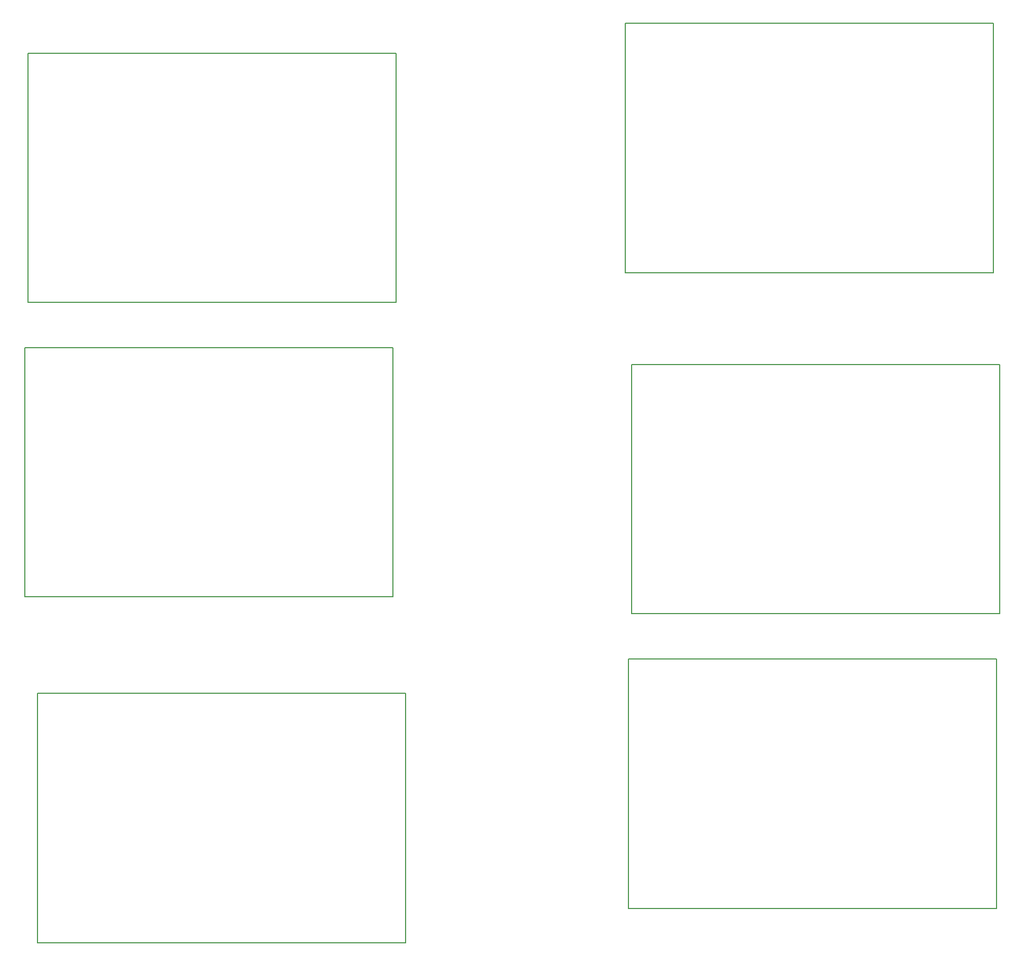
<source format=gbr>
G04 (created by PCBNEW (2013-jul-07)-stable) date śro, 3 cze 2015, 22:46:32*
%MOIN*%
G04 Gerber Fmt 3.4, Leading zero omitted, Abs format*
%FSLAX34Y34*%
G01*
G70*
G90*
G04 APERTURE LIST*
%ADD10C,0.000787402*%
%ADD11C,0.00590551*%
G04 APERTURE END LIST*
G54D10*
G54D11*
X42750Y-30476D02*
X42750Y-46224D01*
X65978Y-30476D02*
X42750Y-30476D01*
X65978Y-46224D02*
X65978Y-30476D01*
X60072Y-46224D02*
X65978Y-46224D01*
X42750Y-46224D02*
X60072Y-46224D01*
X42946Y-11874D02*
X42946Y-27622D01*
X66175Y-11874D02*
X42946Y-11874D01*
X66175Y-27622D02*
X66175Y-11874D01*
X60269Y-27622D02*
X66175Y-27622D01*
X42946Y-27622D02*
X60269Y-27622D01*
X42946Y-11874D02*
X42946Y-27622D01*
X66175Y-11874D02*
X42946Y-11874D01*
X66175Y-27622D02*
X66175Y-11874D01*
X60269Y-27622D02*
X66175Y-27622D01*
X42946Y-27622D02*
X60269Y-27622D01*
X43537Y-52326D02*
X43537Y-68074D01*
X66765Y-52326D02*
X43537Y-52326D01*
X66765Y-68074D02*
X66765Y-52326D01*
X60860Y-68074D02*
X66765Y-68074D01*
X43537Y-68074D02*
X60860Y-68074D01*
X80643Y-10003D02*
X80643Y-25751D01*
X103872Y-10003D02*
X80643Y-10003D01*
X103872Y-25751D02*
X103872Y-10003D01*
X97966Y-25751D02*
X103872Y-25751D01*
X80643Y-25751D02*
X97966Y-25751D01*
X80643Y-10003D02*
X80643Y-25751D01*
X103872Y-10003D02*
X80643Y-10003D01*
X103872Y-25751D02*
X103872Y-10003D01*
X97966Y-25751D02*
X103872Y-25751D01*
X80643Y-25751D02*
X97966Y-25751D01*
X42750Y-30476D02*
X42750Y-46224D01*
X65978Y-30476D02*
X42750Y-30476D01*
X65978Y-46224D02*
X65978Y-30476D01*
X60072Y-46224D02*
X65978Y-46224D01*
X42750Y-46224D02*
X60072Y-46224D01*
X42946Y-11874D02*
X42946Y-27622D01*
X66175Y-11874D02*
X42946Y-11874D01*
X66175Y-27622D02*
X66175Y-11874D01*
X60269Y-27622D02*
X66175Y-27622D01*
X42946Y-27622D02*
X60269Y-27622D01*
X42946Y-11874D02*
X42946Y-27622D01*
X66175Y-11874D02*
X42946Y-11874D01*
X66175Y-27622D02*
X66175Y-11874D01*
X60269Y-27622D02*
X66175Y-27622D01*
X42946Y-27622D02*
X60269Y-27622D01*
X43537Y-52326D02*
X43537Y-68074D01*
X66765Y-52326D02*
X43537Y-52326D01*
X66765Y-68074D02*
X66765Y-52326D01*
X60860Y-68074D02*
X66765Y-68074D01*
X43537Y-68074D02*
X60860Y-68074D01*
X80643Y-10003D02*
X80643Y-25751D01*
X103872Y-10003D02*
X80643Y-10003D01*
X103872Y-25751D02*
X103872Y-10003D01*
X97966Y-25751D02*
X103872Y-25751D01*
X80643Y-25751D02*
X97966Y-25751D01*
X80643Y-10003D02*
X80643Y-25751D01*
X103872Y-10003D02*
X80643Y-10003D01*
X103872Y-25751D02*
X103872Y-10003D01*
X97966Y-25751D02*
X103872Y-25751D01*
X80643Y-25751D02*
X97966Y-25751D01*
X42750Y-30476D02*
X42750Y-46224D01*
X65978Y-30476D02*
X42750Y-30476D01*
X65978Y-46224D02*
X65978Y-30476D01*
X60072Y-46224D02*
X65978Y-46224D01*
X42750Y-46224D02*
X60072Y-46224D01*
X42946Y-11874D02*
X42946Y-27622D01*
X66175Y-11874D02*
X42946Y-11874D01*
X66175Y-27622D02*
X66175Y-11874D01*
X60269Y-27622D02*
X66175Y-27622D01*
X42946Y-27622D02*
X60269Y-27622D01*
X42946Y-11874D02*
X42946Y-27622D01*
X66175Y-11874D02*
X42946Y-11874D01*
X66175Y-27622D02*
X66175Y-11874D01*
X60269Y-27622D02*
X66175Y-27622D01*
X42946Y-27622D02*
X60269Y-27622D01*
X80840Y-50161D02*
X80840Y-65909D01*
X104068Y-50161D02*
X80840Y-50161D01*
X104068Y-65909D02*
X104068Y-50161D01*
X98163Y-65909D02*
X104068Y-65909D01*
X80840Y-65909D02*
X98163Y-65909D01*
X81037Y-31559D02*
X81037Y-47307D01*
X104265Y-31559D02*
X81037Y-31559D01*
X104265Y-47307D02*
X104265Y-31559D01*
X98360Y-47307D02*
X104265Y-47307D01*
X81037Y-47307D02*
X98360Y-47307D01*
X81037Y-31559D02*
X81037Y-47307D01*
X104265Y-31559D02*
X81037Y-31559D01*
X104265Y-47307D02*
X104265Y-31559D01*
X98360Y-47307D02*
X104265Y-47307D01*
X81037Y-47307D02*
X98360Y-47307D01*
M02*

</source>
